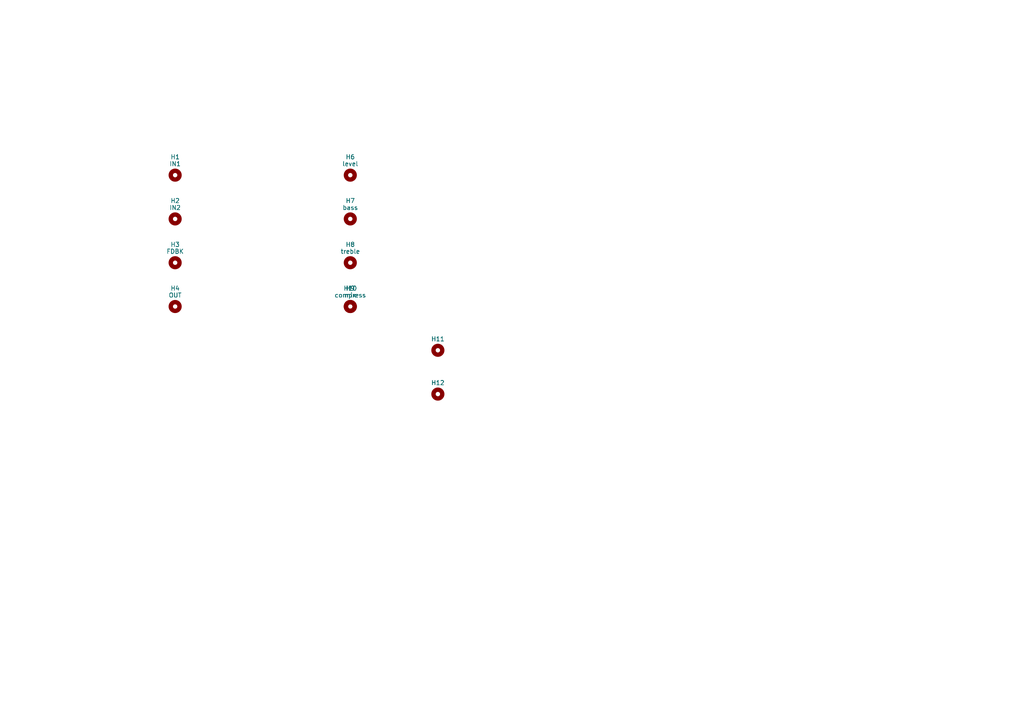
<source format=kicad_sch>
(kicad_sch (version 20211123) (generator "elektron")
  (paper "A4")
  (title_block (title "pentode vca") (date "02-02-2023") (rev "1") (comment 1 "main circuit") (comment 2 "pentode tube vca") (comment 4 "License CC BY 4.0 - Attribution 4.0 International"))
  (lib_symbols
    (symbol "Mechanical:MountingHole" (pin_names (offset 1.016)) (exclude_from_sim yes) (in_bom no)
      (property "Reference" "H" (at 0 5.08 0))
      (property "Value" "MountingHole" (at 0 3.175 0))
      (symbol "MountingHole_0_1"
        (circle (center 0 0) (radius 1.27) (stroke (width 1.27)))
      )
    )
  )
  (symbol (lib_id "Mechanical:MountingHole") (at 50.8 50.8 0) (unit 1) (exclude_from_sim yes) (in_bom no)
    (property "Reference" "H1" (at 50.8 45.53 0))
    (property "Value" "IN1" (at 50.8 47.53 0))
    (property "Footprint" elektrophon:panel_jack (effects (hide yes) hide))
    (property "Description" "Mounting Hole without connection" (effects (hide yes)))
    (property "ki_keywords" "mounting hole" (effects (hide yes)))
    (property "ki_fp_filters" "MountingHole*" (effects (hide yes)))
  )
  (symbol (lib_id "Mechanical:MountingHole") (at 50.8 63.5 0) (unit 1) (exclude_from_sim yes) (in_bom no)
    (property "Reference" "H2" (at 50.8 58.23 0))
    (property "Value" "IN2" (at 50.8 60.23 0))
    (property "Footprint" elektrophon:panel_jack (effects (hide yes) hide))
    (property "Description" "Mounting Hole without connection" (effects (hide yes)))
    (property "ki_keywords" "mounting hole" (effects (hide yes)))
    (property "ki_fp_filters" "MountingHole*" (effects (hide yes)))
  )
  (symbol (lib_id "Mechanical:MountingHole") (at 50.8 76.2 0) (unit 1) (exclude_from_sim yes) (in_bom no)
    (property "Reference" "H3" (at 50.8 70.93 0))
    (property "Value" "FDBK" (at 50.8 72.93 0))
    (property "Footprint" elektrophon:panel_jack (effects (hide yes) hide))
    (property "Description" "Mounting Hole without connection" (effects (hide yes)))
    (property "ki_keywords" "mounting hole" (effects (hide yes)))
    (property "ki_fp_filters" "MountingHole*" (effects (hide yes)))
  )
  (symbol (lib_id "Mechanical:MountingHole") (at 50.8 88.9 0) (unit 1) (exclude_from_sim yes) (in_bom no)
    (property "Reference" "H4" (at 50.8 83.63 0))
    (property "Value" "OUT" (at 50.8 85.63 0))
    (property "Footprint" elektrophon:panel_jack (effects (hide yes) hide))
    (property "Description" "Mounting Hole without connection" (effects (hide yes)))
    (property "ki_keywords" "mounting hole" (effects (hide yes)))
    (property "ki_fp_filters" "MountingHole*" (effects (hide yes)))
  )
  (symbol (lib_id "Mechanical:MountingHole") (at 101.6 50.8 0) (unit 1) (exclude_from_sim yes) (in_bom no)
    (property "Reference" "H6" (at 101.6 45.53 0))
    (property "Value" "level" (at 101.6 47.53 0))
    (property "Footprint" elektrophon:panel_potentiometer (effects (hide yes) hide))
    (property "Description" "Mounting Hole without connection" (effects (hide yes)))
    (property "ki_keywords" "mounting hole" (effects (hide yes)))
    (property "ki_fp_filters" "MountingHole*" (effects (hide yes)))
  )
  (symbol (lib_id "Mechanical:MountingHole") (at 101.6 63.5 0) (unit 1) (exclude_from_sim yes) (in_bom no)
    (property "Reference" "H7" (at 101.6 58.23 0))
    (property "Value" "bass" (at 101.6 60.23 0))
    (property "Footprint" elektrophon:panel_potentiometer (effects (hide yes) hide))
    (property "Description" "Mounting Hole without connection" (effects (hide yes)))
    (property "ki_keywords" "mounting hole" (effects (hide yes)))
    (property "ki_fp_filters" "MountingHole*" (effects (hide yes)))
  )
  (symbol (lib_id "Mechanical:MountingHole") (at 101.6 76.2 0) (unit 1) (exclude_from_sim yes) (in_bom no)
    (property "Reference" "H8" (at 101.6 70.93 0))
    (property "Value" "treble" (at 101.6 72.93 0))
    (property "Footprint" elektrophon:panel_potentiometer (effects (hide yes) hide))
    (property "Description" "Mounting Hole without connection" (effects (hide yes)))
    (property "ki_keywords" "mounting hole" (effects (hide yes)))
    (property "ki_fp_filters" "MountingHole*" (effects (hide yes)))
  )
  (symbol (lib_id "Mechanical:MountingHole") (at 101.6 88.9 0) (unit 1) (exclude_from_sim yes) (in_bom no)
    (property "Reference" "H9" (at 101.6 83.63 0))
    (property "Value" "mix" (at 101.6 85.63 0))
    (property "Footprint" elektrophon:panel_potentiometer (effects (hide yes) hide))
    (property "Description" "Mounting Hole without connection" (effects (hide yes)))
    (property "ki_keywords" "mounting hole" (effects (hide yes)))
    (property "ki_fp_filters" "MountingHole*" (effects (hide yes)))
  )
  (symbol (lib_id "Mechanical:MountingHole") (at 101.6 88.9 0) (unit 1) (exclude_from_sim yes) (in_bom no)
    (property "Reference" "H10" (at 101.6 83.63 0))
    (property "Value" "compress" (at 101.6 85.63 0))
    (property "Footprint" elektrophon:panel_led_monitor (effects (hide yes) hide))
    (property "Description" "Mounting Hole without connection" (effects (hide yes)))
    (property "ki_keywords" "mounting hole" (effects (hide yes)))
    (property "ki_fp_filters" "MountingHole*" (effects (hide yes)))
  )
  (symbol (lib_id "Mechanical:MountingHole") (at 127 101.6 0) (unit 1) (exclude_from_sim yes) (in_bom no)
    (property "Reference" "H11" (at 127 98.33 0))
    (property "Footprint" elektrophon:MountingHole_Panel_3.2mm_M3 (effects (hide yes) hide))
    (property "Description" "Mounting Hole without connection" (effects (hide yes)))
    (property "ki_keywords" "mounting hole" (effects (hide yes)))
    (property "ki_fp_filters" "MountingHole*" (effects (hide yes)))
  )
  (symbol (lib_id "Mechanical:MountingHole") (at 127 114.3 0) (unit 1) (exclude_from_sim yes) (in_bom no)
    (property "Reference" "H12" (at 127 111.03 0))
    (property "Footprint" elektrophon:MountingHole_Panel_3.2mm_M3 (effects (hide yes) hide))
    (property "Description" "Mounting Hole without connection" (effects (hide yes)))
    (property "ki_keywords" "mounting hole" (effects (hide yes)))
    (property "ki_fp_filters" "MountingHole*" (effects (hide yes)))
  )
)
</source>
